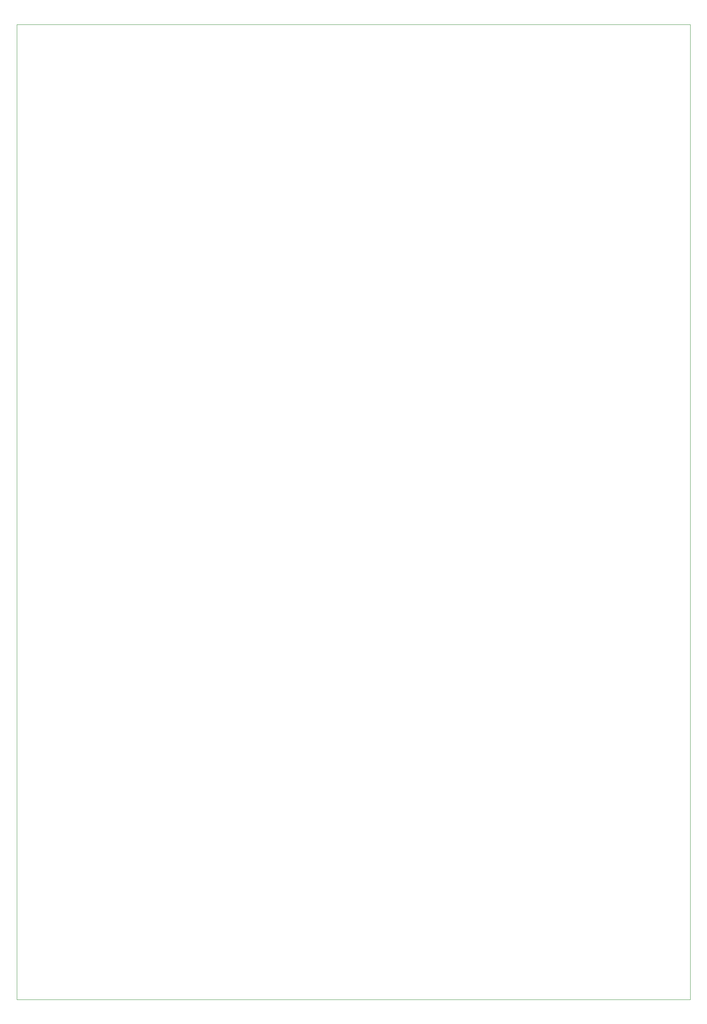
<source format=gbr>
%TF.GenerationSoftware,KiCad,Pcbnew,5.1.5+dfsg1-2build2*%
%TF.CreationDate,2021-11-05T19:37:55-04:00*%
%TF.ProjectId,PCB_LeftPanel,5043425f-4c65-4667-9450-616e656c2e6b,1*%
%TF.SameCoordinates,Original*%
%TF.FileFunction,Profile,NP*%
%FSLAX46Y46*%
G04 Gerber Fmt 4.6, Leading zero omitted, Abs format (unit mm)*
G04 Created by KiCad (PCBNEW 5.1.5+dfsg1-2build2) date 2021-11-05 19:37:55*
%MOMM*%
%LPD*%
G04 APERTURE LIST*
%TA.AperFunction,Profile*%
%ADD10C,0.050000*%
%TD*%
G04 APERTURE END LIST*
D10*
X28575000Y-234950000D02*
X28575000Y-19050000D01*
X177800000Y-234950000D02*
X28575000Y-234950000D01*
X177800000Y-19050000D02*
X177800000Y-234950000D01*
X28575000Y-19050000D02*
X177800000Y-19050000D01*
M02*

</source>
